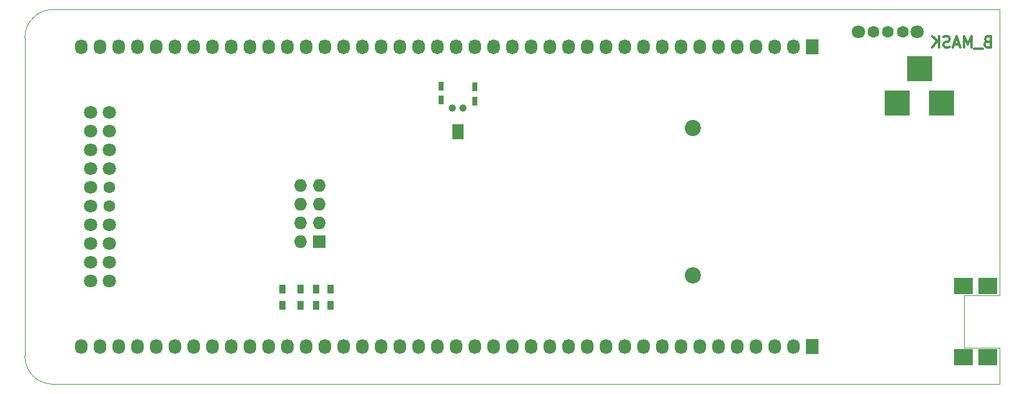
<source format=gbs>
G04 #@! TF.FileFunction,Soldermask,Bot*
%FSLAX46Y46*%
G04 Gerber Fmt 4.6, Leading zero omitted, Abs format (unit mm)*
G04 Created by KiCad (PCBNEW 4.0.1-stable) date 9/28/2017 1:44:01 PM*
%MOMM*%
G01*
G04 APERTURE LIST*
%ADD10C,0.150000*%
%ADD11C,0.100000*%
%ADD12C,0.300000*%
%ADD13R,1.727200X1.727200*%
%ADD14O,1.727200X1.727200*%
%ADD15R,2.500000X2.200000*%
%ADD16C,1.000760*%
%ADD17R,1.600000X2.000000*%
%ADD18C,2.200000*%
%ADD19R,0.750000X1.200000*%
%ADD20R,3.500120X3.500120*%
%ADD21R,1.727200X2.032000*%
%ADD22O,1.727200X2.032000*%
%ADD23C,1.800000*%
%ADD24C,1.600000*%
%ADD25R,0.900000X1.200000*%
G04 APERTURE END LIST*
D10*
D11*
X220980000Y-120015000D02*
X220980000Y-81280000D01*
X220980000Y-132080000D02*
X220980000Y-127127000D01*
X216154000Y-127127000D02*
X220980000Y-127127000D01*
X216154000Y-120015000D02*
X216154000Y-127127000D01*
X220980000Y-120015000D02*
X216154000Y-120015000D01*
D12*
X219328571Y-85617857D02*
X219114285Y-85689286D01*
X219042857Y-85760714D01*
X218971428Y-85903571D01*
X218971428Y-86117857D01*
X219042857Y-86260714D01*
X219114285Y-86332143D01*
X219257143Y-86403571D01*
X219828571Y-86403571D01*
X219828571Y-84903571D01*
X219328571Y-84903571D01*
X219185714Y-84975000D01*
X219114285Y-85046429D01*
X219042857Y-85189286D01*
X219042857Y-85332143D01*
X219114285Y-85475000D01*
X219185714Y-85546429D01*
X219328571Y-85617857D01*
X219828571Y-85617857D01*
X218685714Y-86546429D02*
X217542857Y-86546429D01*
X217185714Y-86403571D02*
X217185714Y-84903571D01*
X216685714Y-85975000D01*
X216185714Y-84903571D01*
X216185714Y-86403571D01*
X215542857Y-85975000D02*
X214828571Y-85975000D01*
X215685714Y-86403571D02*
X215185714Y-84903571D01*
X214685714Y-86403571D01*
X214257143Y-86332143D02*
X214042857Y-86403571D01*
X213685714Y-86403571D01*
X213542857Y-86332143D01*
X213471428Y-86260714D01*
X213400000Y-86117857D01*
X213400000Y-85975000D01*
X213471428Y-85832143D01*
X213542857Y-85760714D01*
X213685714Y-85689286D01*
X213971428Y-85617857D01*
X214114286Y-85546429D01*
X214185714Y-85475000D01*
X214257143Y-85332143D01*
X214257143Y-85189286D01*
X214185714Y-85046429D01*
X214114286Y-84975000D01*
X213971428Y-84903571D01*
X213614286Y-84903571D01*
X213400000Y-84975000D01*
X212757143Y-86403571D02*
X212757143Y-84903571D01*
X211900000Y-86403571D02*
X212542857Y-85546429D01*
X211900000Y-84903571D02*
X212757143Y-85760714D01*
D11*
X92710000Y-81280000D02*
X218440000Y-81280000D01*
X92710000Y-132080000D02*
X220980000Y-132080000D01*
X88900000Y-85090000D02*
X88900000Y-128270000D01*
X88900000Y-128270000D02*
G75*
G03X92710000Y-132080000I3810000J0D01*
G01*
X92710000Y-81280000D02*
G75*
G03X88900000Y-85090000I0J-3810000D01*
G01*
X218440000Y-81280000D02*
X220980000Y-81280000D01*
D13*
X128778000Y-112776000D03*
D14*
X126238000Y-112776000D03*
X128778000Y-110236000D03*
X126238000Y-110236000D03*
X128778000Y-107696000D03*
X126238000Y-107696000D03*
X128778000Y-105156000D03*
X126238000Y-105156000D03*
D15*
X216100000Y-128425000D03*
X219400000Y-128425000D03*
X216100000Y-118775000D03*
X219400000Y-118775000D03*
D16*
X146824700Y-94615000D03*
X148323300Y-94615000D03*
D17*
X147574000Y-97865000D03*
D18*
X179451000Y-97348040D03*
X179451000Y-117348000D03*
D19*
X149860000Y-93660000D03*
X149860000Y-91760000D03*
X145288000Y-93533000D03*
X145288000Y-91633000D03*
D20*
X207159860Y-93980000D03*
X213159340Y-93980000D03*
X210159600Y-89281000D03*
D21*
X195580000Y-86360000D03*
D22*
X193040000Y-86360000D03*
X190500000Y-86360000D03*
X187960000Y-86360000D03*
X185420000Y-86360000D03*
X182880000Y-86360000D03*
X180340000Y-86360000D03*
X177800000Y-86360000D03*
X175260000Y-86360000D03*
X172720000Y-86360000D03*
X170180000Y-86360000D03*
X167640000Y-86360000D03*
X165100000Y-86360000D03*
X162560000Y-86360000D03*
X160020000Y-86360000D03*
X157480000Y-86360000D03*
X154940000Y-86360000D03*
X152400000Y-86360000D03*
X149860000Y-86360000D03*
X147320000Y-86360000D03*
X144780000Y-86360000D03*
X142240000Y-86360000D03*
X139700000Y-86360000D03*
X137160000Y-86360000D03*
X134620000Y-86360000D03*
X132080000Y-86360000D03*
X129540000Y-86360000D03*
X127000000Y-86360000D03*
X124460000Y-86360000D03*
X121920000Y-86360000D03*
X119380000Y-86360000D03*
X116840000Y-86360000D03*
X114300000Y-86360000D03*
X111760000Y-86360000D03*
X109220000Y-86360000D03*
X106680000Y-86360000D03*
X104140000Y-86360000D03*
X101600000Y-86360000D03*
X99060000Y-86360000D03*
X96520000Y-86360000D03*
D23*
X100330000Y-118110000D03*
X97790000Y-118110000D03*
X100330000Y-115570000D03*
X97790000Y-115570000D03*
X100330000Y-113030000D03*
X97790000Y-113030000D03*
X100330000Y-110490000D03*
X97790000Y-110490000D03*
D24*
X100330000Y-107950000D03*
D23*
X97790000Y-107950000D03*
D24*
X100330000Y-105410000D03*
D23*
X97790000Y-105410000D03*
X100330000Y-102870000D03*
X97790000Y-102870000D03*
X100330000Y-100330000D03*
X97790000Y-100330000D03*
X100330000Y-97790000D03*
X97790000Y-97790000D03*
X100330000Y-95250000D03*
X97790000Y-95250000D03*
D21*
X195580000Y-127000000D03*
D22*
X193040000Y-127000000D03*
X190500000Y-127000000D03*
X187960000Y-127000000D03*
X185420000Y-127000000D03*
X182880000Y-127000000D03*
X180340000Y-127000000D03*
X177800000Y-127000000D03*
X175260000Y-127000000D03*
X172720000Y-127000000D03*
X170180000Y-127000000D03*
X167640000Y-127000000D03*
X165100000Y-127000000D03*
X162560000Y-127000000D03*
X160020000Y-127000000D03*
X157480000Y-127000000D03*
X154940000Y-127000000D03*
X152400000Y-127000000D03*
X149860000Y-127000000D03*
X147320000Y-127000000D03*
X144780000Y-127000000D03*
X142240000Y-127000000D03*
X139700000Y-127000000D03*
X137160000Y-127000000D03*
X134620000Y-127000000D03*
X132080000Y-127000000D03*
X129540000Y-127000000D03*
X127000000Y-127000000D03*
X124460000Y-127000000D03*
X121920000Y-127000000D03*
X119380000Y-127000000D03*
X116840000Y-127000000D03*
X114300000Y-127000000D03*
X111760000Y-127000000D03*
X109220000Y-127000000D03*
X106680000Y-127000000D03*
X104140000Y-127000000D03*
X101600000Y-127000000D03*
X99060000Y-127000000D03*
X96520000Y-127000000D03*
D25*
X130302000Y-121369000D03*
X130302000Y-119169000D03*
X128397000Y-121369000D03*
X128397000Y-119169000D03*
X126238000Y-121369000D03*
X126238000Y-119169000D03*
X123825000Y-121369000D03*
X123825000Y-119169000D03*
D24*
X207867000Y-84328000D03*
X205867000Y-84328000D03*
X203867000Y-84328000D03*
D23*
X201867000Y-84328000D03*
X209867000Y-84328000D03*
M02*

</source>
